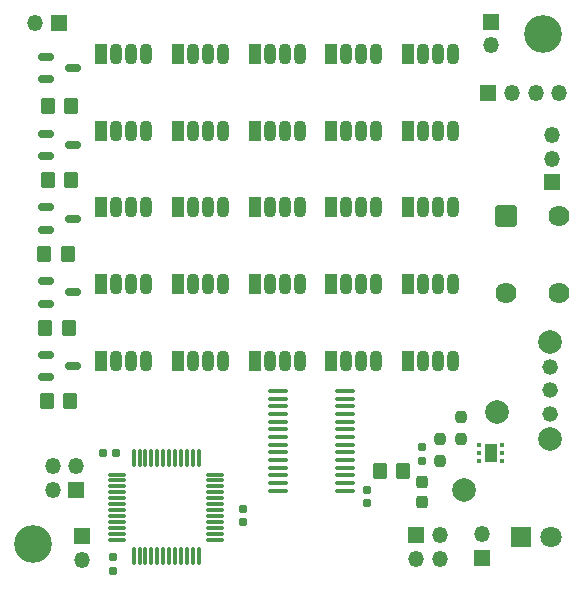
<source format=gbs>
%TF.GenerationSoftware,KiCad,Pcbnew,8.0.4*%
%TF.CreationDate,2024-08-07T18:13:09-04:00*%
%TF.ProjectId,led_2048,6c65645f-3230-4343-982e-6b696361645f,rev?*%
%TF.SameCoordinates,Original*%
%TF.FileFunction,Soldermask,Bot*%
%TF.FilePolarity,Negative*%
%FSLAX46Y46*%
G04 Gerber Fmt 4.6, Leading zero omitted, Abs format (unit mm)*
G04 Created by KiCad (PCBNEW 8.0.4) date 2024-08-07 18:13:09*
%MOMM*%
%LPD*%
G01*
G04 APERTURE LIST*
G04 Aperture macros list*
%AMRoundRect*
0 Rectangle with rounded corners*
0 $1 Rounding radius*
0 $2 $3 $4 $5 $6 $7 $8 $9 X,Y pos of 4 corners*
0 Add a 4 corners polygon primitive as box body*
4,1,4,$2,$3,$4,$5,$6,$7,$8,$9,$2,$3,0*
0 Add four circle primitives for the rounded corners*
1,1,$1+$1,$2,$3*
1,1,$1+$1,$4,$5*
1,1,$1+$1,$6,$7*
1,1,$1+$1,$8,$9*
0 Add four rect primitives between the rounded corners*
20,1,$1+$1,$2,$3,$4,$5,0*
20,1,$1+$1,$4,$5,$6,$7,0*
20,1,$1+$1,$6,$7,$8,$9,0*
20,1,$1+$1,$8,$9,$2,$3,0*%
G04 Aperture macros list end*
%ADD10R,1.070000X1.800000*%
%ADD11O,1.070000X1.800000*%
%ADD12C,2.006600*%
%ADD13C,1.320800*%
%ADD14RoundRect,0.102000X-0.787500X0.787500X-0.787500X-0.787500X0.787500X-0.787500X0.787500X0.787500X0*%
%ADD15C,1.779000*%
%ADD16R,1.800000X1.800000*%
%ADD17C,1.800000*%
%ADD18C,3.200000*%
%ADD19C,2.000000*%
%ADD20R,1.350000X1.350000*%
%ADD21O,1.350000X1.350000*%
%ADD22RoundRect,0.150000X-0.512500X-0.150000X0.512500X-0.150000X0.512500X0.150000X-0.512500X0.150000X0*%
%ADD23RoundRect,0.155000X0.155000X-0.212500X0.155000X0.212500X-0.155000X0.212500X-0.155000X-0.212500X0*%
%ADD24R,0.450013X0.400000*%
%ADD25R,1.000000X1.600000*%
%ADD26RoundRect,0.155000X-0.155000X0.212500X-0.155000X-0.212500X0.155000X-0.212500X0.155000X0.212500X0*%
%ADD27O,1.731496X0.343002*%
%ADD28RoundRect,0.250000X-0.350000X-0.450000X0.350000X-0.450000X0.350000X0.450000X-0.350000X0.450000X0*%
%ADD29RoundRect,0.237500X-0.237500X0.300000X-0.237500X-0.300000X0.237500X-0.300000X0.237500X0.300000X0*%
%ADD30RoundRect,0.075000X0.662500X0.075000X-0.662500X0.075000X-0.662500X-0.075000X0.662500X-0.075000X0*%
%ADD31RoundRect,0.075000X0.075000X0.662500X-0.075000X0.662500X-0.075000X-0.662500X0.075000X-0.662500X0*%
%ADD32RoundRect,0.237500X-0.237500X0.250000X-0.237500X-0.250000X0.237500X-0.250000X0.237500X0.250000X0*%
%ADD33RoundRect,0.155000X0.212500X0.155000X-0.212500X0.155000X-0.212500X-0.155000X0.212500X-0.155000X0*%
G04 APERTURE END LIST*
D10*
%TO.C,D27*%
X205375000Y-78010000D03*
D11*
X206645000Y-78010000D03*
X207915000Y-78010000D03*
X209185000Y-78010000D03*
%TD*%
D10*
%TO.C,D23*%
X211885000Y-71510000D03*
D11*
X213155000Y-71510000D03*
X214425000Y-71510000D03*
X215695000Y-71510000D03*
%TD*%
D10*
%TO.C,D12*%
X205385000Y-58510000D03*
D11*
X206655000Y-58510000D03*
X207925000Y-58510000D03*
X209195000Y-58510000D03*
%TD*%
D10*
%TO.C,D28*%
X211885000Y-78010000D03*
D11*
X213155000Y-78010000D03*
X214425000Y-78010000D03*
X215695000Y-78010000D03*
%TD*%
D12*
%TO.C,SW1*%
X223900000Y-76400001D03*
X223900000Y-84599999D03*
D13*
X223900000Y-78499999D03*
X223900000Y-80500000D03*
X223900000Y-82500000D03*
%TD*%
D10*
%TO.C,D7*%
X205385000Y-52010000D03*
D11*
X206655000Y-52010000D03*
X207925000Y-52010000D03*
X209195000Y-52010000D03*
%TD*%
D10*
%TO.C,D14*%
X185875000Y-65010000D03*
D11*
X187145000Y-65010000D03*
X188415000Y-65010000D03*
X189685000Y-65010000D03*
%TD*%
D10*
%TO.C,D22*%
X205380000Y-71510000D03*
D11*
X206650000Y-71510000D03*
X207920000Y-71510000D03*
X209190000Y-71510000D03*
%TD*%
D10*
%TO.C,D5*%
X192385000Y-52010000D03*
D11*
X193655000Y-52010000D03*
X194925000Y-52010000D03*
X196195000Y-52010000D03*
%TD*%
D10*
%TO.C,D13*%
X211885000Y-58510000D03*
D11*
X213155000Y-58510000D03*
X214425000Y-58510000D03*
X215695000Y-58510000D03*
%TD*%
D14*
%TO.C,SW2*%
X220125000Y-65750000D03*
D15*
X220125000Y-72250000D03*
X224625000Y-65750000D03*
X224625000Y-72250000D03*
%TD*%
D10*
%TO.C,D10*%
X192385000Y-58510000D03*
D11*
X193655000Y-58510000D03*
X194925000Y-58510000D03*
X196195000Y-58510000D03*
%TD*%
D10*
%TO.C,D8*%
X211885000Y-52010000D03*
D11*
X213155000Y-52010000D03*
X214425000Y-52010000D03*
X215695000Y-52010000D03*
%TD*%
D10*
%TO.C,D4*%
X185875000Y-52010000D03*
D11*
X187145000Y-52010000D03*
X188415000Y-52010000D03*
X189685000Y-52010000D03*
%TD*%
D10*
%TO.C,D26*%
X198875000Y-78010000D03*
D11*
X200145000Y-78010000D03*
X201415000Y-78010000D03*
X202685000Y-78010000D03*
%TD*%
D10*
%TO.C,D6*%
X198885000Y-52010000D03*
D11*
X200155000Y-52010000D03*
X201425000Y-52010000D03*
X202695000Y-52010000D03*
%TD*%
D16*
%TO.C,D29*%
X221475000Y-92959835D03*
D17*
X224015000Y-92959835D03*
%TD*%
D18*
%TO.C,H1*%
X180100000Y-93500000D03*
%TD*%
D19*
%TO.C,TP2*%
X216600000Y-88900000D03*
%TD*%
D10*
%TO.C,D25*%
X192375000Y-78010000D03*
D11*
X193645000Y-78010000D03*
X194915000Y-78010000D03*
X196185000Y-78010000D03*
%TD*%
D10*
%TO.C,D20*%
X192375000Y-71510000D03*
D11*
X193645000Y-71510000D03*
X194915000Y-71510000D03*
X196185000Y-71510000D03*
%TD*%
D20*
%TO.C,J12*%
X224100000Y-62900000D03*
D21*
X224100000Y-60900000D03*
X224100000Y-58900000D03*
%TD*%
D20*
%TO.C,J4*%
X182325000Y-49375000D03*
D21*
X180325000Y-49375000D03*
%TD*%
D10*
%TO.C,D11*%
X198885000Y-58510000D03*
D11*
X200155000Y-58510000D03*
X201425000Y-58510000D03*
X202695000Y-58510000D03*
%TD*%
D10*
%TO.C,D15*%
X192375000Y-65010000D03*
D11*
X193645000Y-65010000D03*
X194915000Y-65010000D03*
X196185000Y-65010000D03*
%TD*%
D10*
%TO.C,D19*%
X185875000Y-71510000D03*
D11*
X187145000Y-71510000D03*
X188415000Y-71510000D03*
X189685000Y-71510000D03*
%TD*%
D10*
%TO.C,D16*%
X198875000Y-65010000D03*
D11*
X200145000Y-65010000D03*
X201415000Y-65010000D03*
X202685000Y-65010000D03*
%TD*%
D10*
%TO.C,D17*%
X205375000Y-65010000D03*
D11*
X206645000Y-65010000D03*
X207915000Y-65010000D03*
X209185000Y-65010000D03*
%TD*%
D10*
%TO.C,D24*%
X185875000Y-78010000D03*
D11*
X187145000Y-78010000D03*
X188415000Y-78010000D03*
X189685000Y-78010000D03*
%TD*%
D10*
%TO.C,D18*%
X211885000Y-65010000D03*
D11*
X213155000Y-65010000D03*
X214425000Y-65010000D03*
X215695000Y-65010000D03*
%TD*%
D19*
%TO.C,TP1*%
X219375000Y-82300000D03*
%TD*%
D18*
%TO.C,H2*%
X223300000Y-50300000D03*
%TD*%
D10*
%TO.C,D21*%
X198875000Y-71510000D03*
D11*
X200145000Y-71510000D03*
X201415000Y-71510000D03*
X202685000Y-71510000D03*
%TD*%
D10*
%TO.C,D9*%
X185875000Y-58510000D03*
D11*
X187145000Y-58510000D03*
X188415000Y-58510000D03*
X189685000Y-58510000D03*
%TD*%
D22*
%TO.C,Q1*%
X181237500Y-54159835D03*
X181237500Y-52259835D03*
X183512500Y-53209835D03*
%TD*%
%TO.C,Q3*%
X181237500Y-66909835D03*
X181237500Y-65009835D03*
X183512500Y-65959835D03*
%TD*%
D23*
%TO.C,C10*%
X208400000Y-90067500D03*
X208400000Y-88932500D03*
%TD*%
D24*
%TO.C,U1*%
X217899841Y-86459899D03*
X217899841Y-85809886D03*
X217899841Y-85159873D03*
X219850057Y-85159873D03*
X219850057Y-85809886D03*
X219850057Y-86459899D03*
D25*
X218874949Y-85809886D03*
%TD*%
D20*
%TO.C,J7*%
X218675000Y-55300000D03*
D21*
X220675000Y-55300000D03*
X222675000Y-55300000D03*
X224675000Y-55300000D03*
%TD*%
D26*
%TO.C,C9*%
X197875000Y-90532500D03*
X197875000Y-91667500D03*
%TD*%
D20*
%TO.C,J5*%
X184290000Y-92870000D03*
D21*
X184290000Y-94870000D03*
%TD*%
D20*
%TO.C,J2*%
X183780801Y-88935721D03*
D21*
X181780801Y-88935721D03*
X183780801Y-86935721D03*
X181780801Y-86935721D03*
%TD*%
D22*
%TO.C,Q2*%
X181237500Y-60659835D03*
X181237500Y-58759835D03*
X183512500Y-59709835D03*
%TD*%
D27*
%TO.C,U3*%
X200825000Y-89000127D03*
X200825000Y-88350140D03*
X200825000Y-87700153D03*
X200825000Y-87050166D03*
X200825000Y-86400178D03*
X200825000Y-85750191D03*
X200825000Y-85099950D03*
X200825000Y-84449962D03*
X200825000Y-83799975D03*
X200825000Y-83149988D03*
X200825000Y-82500000D03*
X200825000Y-81850013D03*
X200825000Y-81200026D03*
X200825000Y-80550039D03*
X206556522Y-80550039D03*
X206556522Y-81200026D03*
X206556522Y-81850013D03*
X206556522Y-82500000D03*
X206556522Y-83149988D03*
X206556522Y-83799975D03*
X206556522Y-84449962D03*
X206556522Y-85099950D03*
X206556522Y-85750191D03*
X206556522Y-86400178D03*
X206556522Y-87050166D03*
X206556522Y-87700153D03*
X206556522Y-88350140D03*
X206556522Y-89000127D03*
%TD*%
D28*
%TO.C,R7*%
X181375000Y-56459835D03*
X183375000Y-56459835D03*
%TD*%
D29*
%TO.C,C2*%
X213075000Y-88237500D03*
X213075000Y-89962500D03*
%TD*%
D26*
%TO.C,C4*%
X186875000Y-94632500D03*
X186875000Y-95767500D03*
%TD*%
D22*
%TO.C,Q5*%
X181237500Y-79409835D03*
X181237500Y-77509835D03*
X183512500Y-78459835D03*
%TD*%
D28*
%TO.C,R9*%
X181075000Y-69000000D03*
X183075000Y-69000000D03*
%TD*%
%TO.C,R8*%
X181375000Y-62709835D03*
X183375000Y-62709835D03*
%TD*%
D30*
%TO.C,U2*%
X195550000Y-87634835D03*
X195550000Y-88134835D03*
X195550000Y-88634835D03*
X195550000Y-89134835D03*
X195550000Y-89634835D03*
X195550000Y-90134835D03*
X195550000Y-90634835D03*
X195550000Y-91134835D03*
X195550000Y-91634835D03*
X195550000Y-92134835D03*
X195550000Y-92634835D03*
X195550000Y-93134835D03*
D31*
X194137500Y-94547335D03*
X193637500Y-94547335D03*
X193137500Y-94547335D03*
X192637500Y-94547335D03*
X192137500Y-94547335D03*
X191637500Y-94547335D03*
X191137500Y-94547335D03*
X190637500Y-94547335D03*
X190137500Y-94547335D03*
X189637500Y-94547335D03*
X189137500Y-94547335D03*
X188637500Y-94547335D03*
D30*
X187225000Y-93134835D03*
X187225000Y-92634835D03*
X187225000Y-92134835D03*
X187225000Y-91634835D03*
X187225000Y-91134835D03*
X187225000Y-90634835D03*
X187225000Y-90134835D03*
X187225000Y-89634835D03*
X187225000Y-89134835D03*
X187225000Y-88634835D03*
X187225000Y-88134835D03*
X187225000Y-87634835D03*
D31*
X188637500Y-86222335D03*
X189137500Y-86222335D03*
X189637500Y-86222335D03*
X190137500Y-86222335D03*
X190637500Y-86222335D03*
X191137500Y-86222335D03*
X191637500Y-86222335D03*
X192137500Y-86222335D03*
X192637500Y-86222335D03*
X193137500Y-86222335D03*
X193637500Y-86222335D03*
X194137500Y-86222335D03*
%TD*%
D20*
%TO.C,REF\u002A\u002A*%
X218100000Y-94700000D03*
D21*
X218100000Y-92700000D03*
%TD*%
D32*
%TO.C,R6*%
X216375000Y-82787500D03*
X216375000Y-84612500D03*
%TD*%
D23*
%TO.C,C1*%
X213075000Y-86467500D03*
X213075000Y-85332500D03*
%TD*%
D28*
%TO.C,R5*%
X209475000Y-87300000D03*
X211475000Y-87300000D03*
%TD*%
D32*
%TO.C,R4*%
X214575000Y-84637500D03*
X214575000Y-86462500D03*
%TD*%
D20*
%TO.C,REF\u002A\u002A*%
X218900000Y-49300000D03*
D21*
X218900000Y-51300000D03*
%TD*%
D22*
%TO.C,Q4*%
X181237500Y-73159835D03*
X181237500Y-71259835D03*
X183512500Y-72209835D03*
%TD*%
D28*
%TO.C,R11*%
X181275000Y-81400000D03*
X183275000Y-81400000D03*
%TD*%
%TO.C,R10*%
X181175000Y-75200000D03*
X183175000Y-75200000D03*
%TD*%
D20*
%TO.C,J3*%
X212550000Y-92775000D03*
D21*
X214550000Y-92775000D03*
X212550000Y-94775000D03*
X214550000Y-94775000D03*
%TD*%
D33*
%TO.C,C5*%
X187167500Y-85800000D03*
X186032500Y-85800000D03*
%TD*%
M02*

</source>
